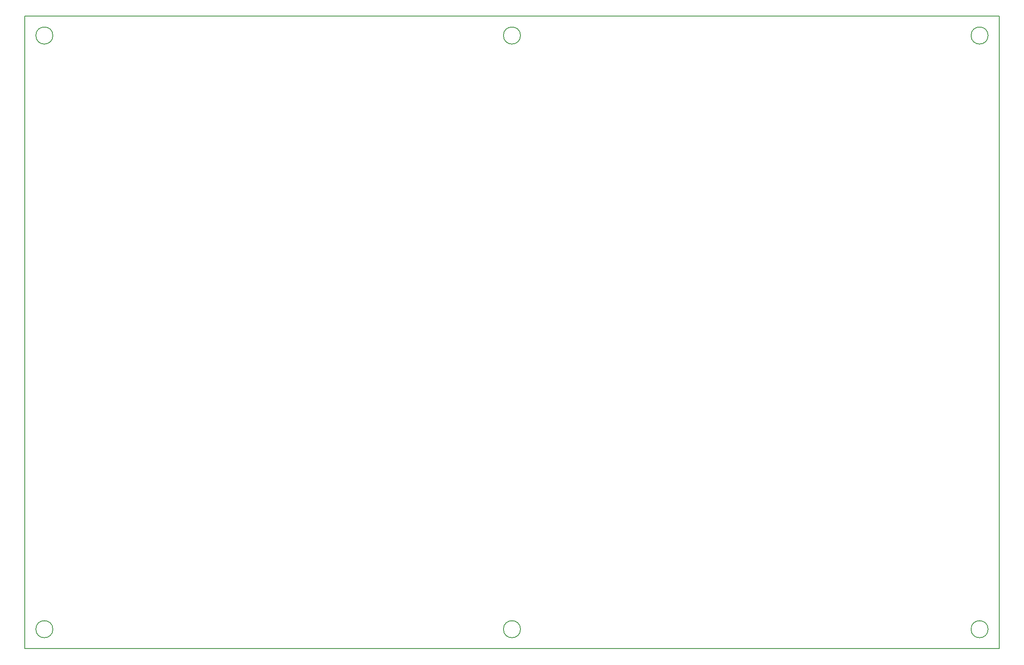
<source format=gbr>
G04 #@! TF.GenerationSoftware,KiCad,Pcbnew,(5.1.8-0-10_14)*
G04 #@! TF.CreationDate,2020-12-02T17:46:36+02:00*
G04 #@! TF.ProjectId,N32B,4e333242-2e6b-4696-9361-645f70636258,V1.0*
G04 #@! TF.SameCoordinates,Original*
G04 #@! TF.FileFunction,Profile,NP*
%FSLAX46Y46*%
G04 Gerber Fmt 4.6, Leading zero omitted, Abs format (unit mm)*
G04 Created by KiCad (PCBNEW (5.1.8-0-10_14)) date 2020-12-02 17:46:36*
%MOMM*%
%LPD*%
G01*
G04 APERTURE LIST*
G04 #@! TA.AperFunction,Profile*
%ADD10C,0.200000*%
G04 #@! TD*
G04 APERTURE END LIST*
D10*
X226198000Y-26352305D02*
G75*
G03*
X226198000Y-26352305I-1750000J0D01*
G01*
X130198000Y-26352305D02*
G75*
G03*
X130198000Y-26352305I-1750000J0D01*
G01*
X34198000Y-26352305D02*
G75*
G03*
X34198000Y-26352305I-1750000J0D01*
G01*
X28448000Y-22352413D02*
X28448000Y-152352000D01*
X226198000Y-148352306D02*
G75*
G03*
X226198000Y-148352306I-1750000J0D01*
G01*
X130198000Y-148352306D02*
G75*
G03*
X130198000Y-148352306I-1750000J0D01*
G01*
X34198000Y-148352306D02*
G75*
G03*
X34198000Y-148352306I-1750000J0D01*
G01*
X228447639Y-152352001D02*
X228447639Y-22352413D01*
X228447639Y-22352413D02*
X28448000Y-22352413D01*
X28448000Y-152352000D02*
X228447639Y-152352001D01*
M02*

</source>
